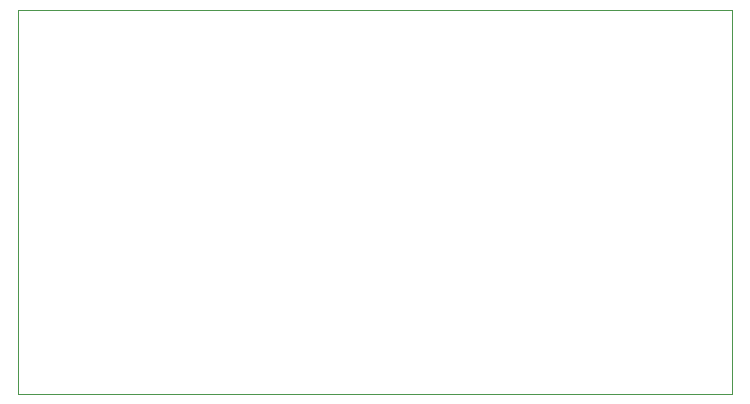
<source format=gm1>
G04 #@! TF.GenerationSoftware,KiCad,Pcbnew,(5.1.4)-1*
G04 #@! TF.CreationDate,2021-03-16T12:48:34+01:00*
G04 #@! TF.ProjectId,ISP_Adapter_V10,4953505f-4164-4617-9074-65725f563130,rev?*
G04 #@! TF.SameCoordinates,Original*
G04 #@! TF.FileFunction,Profile,NP*
%FSLAX46Y46*%
G04 Gerber Fmt 4.6, Leading zero omitted, Abs format (unit mm)*
G04 Created by KiCad (PCBNEW (5.1.4)-1) date 2021-03-16 12:48:34*
%MOMM*%
%LPD*%
G04 APERTURE LIST*
%ADD10C,0.050000*%
G04 APERTURE END LIST*
D10*
X129032000Y-75184000D02*
X129032000Y-42672000D01*
X189484000Y-75184000D02*
X129032000Y-75184000D01*
X189484000Y-42672000D02*
X189484000Y-75184000D01*
X129032000Y-42672000D02*
X189484000Y-42672000D01*
M02*

</source>
